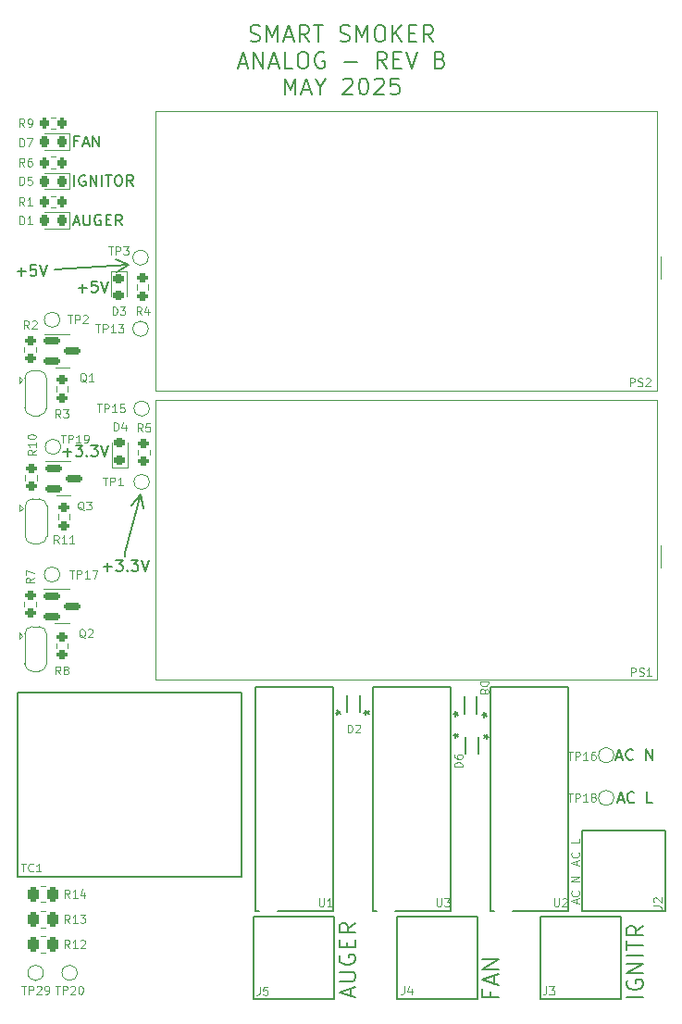
<source format=gto>
G04 #@! TF.GenerationSoftware,KiCad,Pcbnew,(6.0.11-0)*
G04 #@! TF.CreationDate,2025-05-14T22:18:42-06:00*
G04 #@! TF.ProjectId,AnalogPCB,416e616c-6f67-4504-9342-2e6b69636164,rev?*
G04 #@! TF.SameCoordinates,Original*
G04 #@! TF.FileFunction,Legend,Top*
G04 #@! TF.FilePolarity,Positive*
%FSLAX46Y46*%
G04 Gerber Fmt 4.6, Leading zero omitted, Abs format (unit mm)*
G04 Created by KiCad (PCBNEW (6.0.11-0)) date 2025-05-14 22:18:42*
%MOMM*%
%LPD*%
G01*
G04 APERTURE LIST*
G04 Aperture macros list*
%AMRoundRect*
0 Rectangle with rounded corners*
0 $1 Rounding radius*
0 $2 $3 $4 $5 $6 $7 $8 $9 X,Y pos of 4 corners*
0 Add a 4 corners polygon primitive as box body*
4,1,4,$2,$3,$4,$5,$6,$7,$8,$9,$2,$3,0*
0 Add four circle primitives for the rounded corners*
1,1,$1+$1,$2,$3*
1,1,$1+$1,$4,$5*
1,1,$1+$1,$6,$7*
1,1,$1+$1,$8,$9*
0 Add four rect primitives between the rounded corners*
20,1,$1+$1,$2,$3,$4,$5,0*
20,1,$1+$1,$4,$5,$6,$7,0*
20,1,$1+$1,$6,$7,$8,$9,0*
20,1,$1+$1,$8,$9,$2,$3,0*%
%AMFreePoly0*
4,1,22,0.550000,-0.750000,0.000000,-0.750000,0.000000,-0.745033,-0.079941,-0.743568,-0.215256,-0.701293,-0.333266,-0.622738,-0.424486,-0.514219,-0.481581,-0.384460,-0.499164,-0.250000,-0.500000,-0.250000,-0.500000,0.250000,-0.499164,0.250000,-0.499963,0.256109,-0.478152,0.396186,-0.417904,0.524511,-0.324060,0.630769,-0.204165,0.706417,-0.067858,0.745374,0.000000,0.744959,0.000000,0.750000,
0.550000,0.750000,0.550000,-0.750000,0.550000,-0.750000,$1*%
%AMFreePoly1*
4,1,20,0.000000,0.744959,0.073905,0.744508,0.209726,0.703889,0.328688,0.626782,0.421226,0.519385,0.479903,0.390333,0.500000,0.250000,0.500000,-0.250000,0.499851,-0.262216,0.476331,-0.402017,0.414519,-0.529596,0.319384,-0.634700,0.198574,-0.708877,0.061801,-0.746166,0.000000,-0.745033,0.000000,-0.750000,-0.550000,-0.750000,-0.550000,0.750000,0.000000,0.750000,0.000000,0.744959,
0.000000,0.744959,$1*%
G04 Aperture macros list end*
%ADD10C,0.200000*%
%ADD11C,0.100000*%
%ADD12C,0.150000*%
%ADD13C,0.152400*%
%ADD14C,0.120000*%
%ADD15C,1.600200*%
%ADD16C,1.000000*%
%ADD17R,3.000000X3.000000*%
%ADD18C,3.000000*%
%ADD19R,0.406400X0.609600*%
%ADD20RoundRect,0.218750X0.218750X0.256250X-0.218750X0.256250X-0.218750X-0.256250X0.218750X-0.256250X0*%
%ADD21RoundRect,0.200000X0.200000X0.275000X-0.200000X0.275000X-0.200000X-0.275000X0.200000X-0.275000X0*%
%ADD22RoundRect,0.150000X-0.587500X-0.150000X0.587500X-0.150000X0.587500X0.150000X-0.587500X0.150000X0*%
%ADD23C,5.600000*%
%ADD24RoundRect,0.200000X0.275000X-0.200000X0.275000X0.200000X-0.275000X0.200000X-0.275000X-0.200000X0*%
%ADD25FreePoly0,270.000000*%
%ADD26R,1.500000X1.000000*%
%ADD27FreePoly1,270.000000*%
%ADD28RoundRect,0.218750X-0.256250X0.218750X-0.256250X-0.218750X0.256250X-0.218750X0.256250X0.218750X0*%
%ADD29RoundRect,0.218750X0.256250X-0.218750X0.256250X0.218750X-0.256250X0.218750X-0.256250X-0.218750X0*%
%ADD30RoundRect,0.250000X-0.262500X-0.450000X0.262500X-0.450000X0.262500X0.450000X-0.262500X0.450000X0*%
%ADD31RoundRect,0.250000X0.262500X0.450000X-0.262500X0.450000X-0.262500X-0.450000X0.262500X-0.450000X0*%
%ADD32C,2.500000*%
%ADD33RoundRect,0.200000X-0.275000X0.200000X-0.275000X-0.200000X0.275000X-0.200000X0.275000X0.200000X0*%
%ADD34O,3.404000X1.804000*%
%ADD35O,1.804000X3.404000*%
G04 APERTURE END LIST*
D10*
X71642857Y-62192142D02*
X71857142Y-62263571D01*
X72214285Y-62263571D01*
X72357142Y-62192142D01*
X72428571Y-62120714D01*
X72500000Y-61977857D01*
X72500000Y-61835000D01*
X72428571Y-61692142D01*
X72357142Y-61620714D01*
X72214285Y-61549285D01*
X71928571Y-61477857D01*
X71785714Y-61406428D01*
X71714285Y-61335000D01*
X71642857Y-61192142D01*
X71642857Y-61049285D01*
X71714285Y-60906428D01*
X71785714Y-60835000D01*
X71928571Y-60763571D01*
X72285714Y-60763571D01*
X72500000Y-60835000D01*
X73142857Y-62263571D02*
X73142857Y-60763571D01*
X73642857Y-61835000D01*
X74142857Y-60763571D01*
X74142857Y-62263571D01*
X74785714Y-61835000D02*
X75500000Y-61835000D01*
X74642857Y-62263571D02*
X75142857Y-60763571D01*
X75642857Y-62263571D01*
X77000000Y-62263571D02*
X76500000Y-61549285D01*
X76142857Y-62263571D02*
X76142857Y-60763571D01*
X76714285Y-60763571D01*
X76857142Y-60835000D01*
X76928571Y-60906428D01*
X77000000Y-61049285D01*
X77000000Y-61263571D01*
X76928571Y-61406428D01*
X76857142Y-61477857D01*
X76714285Y-61549285D01*
X76142857Y-61549285D01*
X77428571Y-60763571D02*
X78285714Y-60763571D01*
X77857142Y-62263571D02*
X77857142Y-60763571D01*
X79857142Y-62192142D02*
X80071428Y-62263571D01*
X80428571Y-62263571D01*
X80571428Y-62192142D01*
X80642857Y-62120714D01*
X80714285Y-61977857D01*
X80714285Y-61835000D01*
X80642857Y-61692142D01*
X80571428Y-61620714D01*
X80428571Y-61549285D01*
X80142857Y-61477857D01*
X80000000Y-61406428D01*
X79928571Y-61335000D01*
X79857142Y-61192142D01*
X79857142Y-61049285D01*
X79928571Y-60906428D01*
X80000000Y-60835000D01*
X80142857Y-60763571D01*
X80500000Y-60763571D01*
X80714285Y-60835000D01*
X81357142Y-62263571D02*
X81357142Y-60763571D01*
X81857142Y-61835000D01*
X82357142Y-60763571D01*
X82357142Y-62263571D01*
X83357142Y-60763571D02*
X83642857Y-60763571D01*
X83785714Y-60835000D01*
X83928571Y-60977857D01*
X84000000Y-61263571D01*
X84000000Y-61763571D01*
X83928571Y-62049285D01*
X83785714Y-62192142D01*
X83642857Y-62263571D01*
X83357142Y-62263571D01*
X83214285Y-62192142D01*
X83071428Y-62049285D01*
X83000000Y-61763571D01*
X83000000Y-61263571D01*
X83071428Y-60977857D01*
X83214285Y-60835000D01*
X83357142Y-60763571D01*
X84642857Y-62263571D02*
X84642857Y-60763571D01*
X85500000Y-62263571D02*
X84857142Y-61406428D01*
X85500000Y-60763571D02*
X84642857Y-61620714D01*
X86142857Y-61477857D02*
X86642857Y-61477857D01*
X86857142Y-62263571D02*
X86142857Y-62263571D01*
X86142857Y-60763571D01*
X86857142Y-60763571D01*
X88357142Y-62263571D02*
X87857142Y-61549285D01*
X87499999Y-62263571D02*
X87499999Y-60763571D01*
X88071428Y-60763571D01*
X88214285Y-60835000D01*
X88285714Y-60906428D01*
X88357142Y-61049285D01*
X88357142Y-61263571D01*
X88285714Y-61406428D01*
X88214285Y-61477857D01*
X88071428Y-61549285D01*
X87499999Y-61549285D01*
X70607142Y-64250000D02*
X71321428Y-64250000D01*
X70464285Y-64678571D02*
X70964285Y-63178571D01*
X71464285Y-64678571D01*
X71964285Y-64678571D02*
X71964285Y-63178571D01*
X72821428Y-64678571D01*
X72821428Y-63178571D01*
X73464285Y-64250000D02*
X74178571Y-64250000D01*
X73321428Y-64678571D02*
X73821428Y-63178571D01*
X74321428Y-64678571D01*
X75535714Y-64678571D02*
X74821428Y-64678571D01*
X74821428Y-63178571D01*
X76321428Y-63178571D02*
X76607142Y-63178571D01*
X76750000Y-63250000D01*
X76892857Y-63392857D01*
X76964285Y-63678571D01*
X76964285Y-64178571D01*
X76892857Y-64464285D01*
X76750000Y-64607142D01*
X76607142Y-64678571D01*
X76321428Y-64678571D01*
X76178571Y-64607142D01*
X76035714Y-64464285D01*
X75964285Y-64178571D01*
X75964285Y-63678571D01*
X76035714Y-63392857D01*
X76178571Y-63250000D01*
X76321428Y-63178571D01*
X78392857Y-63250000D02*
X78250000Y-63178571D01*
X78035714Y-63178571D01*
X77821428Y-63250000D01*
X77678571Y-63392857D01*
X77607142Y-63535714D01*
X77535714Y-63821428D01*
X77535714Y-64035714D01*
X77607142Y-64321428D01*
X77678571Y-64464285D01*
X77821428Y-64607142D01*
X78035714Y-64678571D01*
X78178571Y-64678571D01*
X78392857Y-64607142D01*
X78464285Y-64535714D01*
X78464285Y-64035714D01*
X78178571Y-64035714D01*
X80250000Y-64107142D02*
X81392857Y-64107142D01*
X84107142Y-64678571D02*
X83607142Y-63964285D01*
X83250000Y-64678571D02*
X83250000Y-63178571D01*
X83821428Y-63178571D01*
X83964285Y-63250000D01*
X84035714Y-63321428D01*
X84107142Y-63464285D01*
X84107142Y-63678571D01*
X84035714Y-63821428D01*
X83964285Y-63892857D01*
X83821428Y-63964285D01*
X83250000Y-63964285D01*
X84750000Y-63892857D02*
X85250000Y-63892857D01*
X85464285Y-64678571D02*
X84750000Y-64678571D01*
X84750000Y-63178571D01*
X85464285Y-63178571D01*
X85892857Y-63178571D02*
X86392857Y-64678571D01*
X86892857Y-63178571D01*
X89035714Y-63892857D02*
X89250000Y-63964285D01*
X89321428Y-64035714D01*
X89392857Y-64178571D01*
X89392857Y-64392857D01*
X89321428Y-64535714D01*
X89250000Y-64607142D01*
X89107142Y-64678571D01*
X88535714Y-64678571D01*
X88535714Y-63178571D01*
X89035714Y-63178571D01*
X89178571Y-63250000D01*
X89250000Y-63321428D01*
X89321428Y-63464285D01*
X89321428Y-63607142D01*
X89250000Y-63750000D01*
X89178571Y-63821428D01*
X89035714Y-63892857D01*
X88535714Y-63892857D01*
X74785714Y-67093571D02*
X74785714Y-65593571D01*
X75285714Y-66665000D01*
X75785714Y-65593571D01*
X75785714Y-67093571D01*
X76428571Y-66665000D02*
X77142857Y-66665000D01*
X76285714Y-67093571D02*
X76785714Y-65593571D01*
X77285714Y-67093571D01*
X78071428Y-66379285D02*
X78071428Y-67093571D01*
X77571428Y-65593571D02*
X78071428Y-66379285D01*
X78571428Y-65593571D01*
X80142857Y-65736428D02*
X80214285Y-65665000D01*
X80357142Y-65593571D01*
X80714285Y-65593571D01*
X80857142Y-65665000D01*
X80928571Y-65736428D01*
X81000000Y-65879285D01*
X81000000Y-66022142D01*
X80928571Y-66236428D01*
X80071428Y-67093571D01*
X81000000Y-67093571D01*
X81928571Y-65593571D02*
X82071428Y-65593571D01*
X82214285Y-65665000D01*
X82285714Y-65736428D01*
X82357142Y-65879285D01*
X82428571Y-66165000D01*
X82428571Y-66522142D01*
X82357142Y-66807857D01*
X82285714Y-66950714D01*
X82214285Y-67022142D01*
X82071428Y-67093571D01*
X81928571Y-67093571D01*
X81785714Y-67022142D01*
X81714285Y-66950714D01*
X81642857Y-66807857D01*
X81571428Y-66522142D01*
X81571428Y-66165000D01*
X81642857Y-65879285D01*
X81714285Y-65736428D01*
X81785714Y-65665000D01*
X81928571Y-65593571D01*
X83000000Y-65736428D02*
X83071428Y-65665000D01*
X83214285Y-65593571D01*
X83571428Y-65593571D01*
X83714285Y-65665000D01*
X83785714Y-65736428D01*
X83857142Y-65879285D01*
X83857142Y-66022142D01*
X83785714Y-66236428D01*
X82928571Y-67093571D01*
X83857142Y-67093571D01*
X85214285Y-65593571D02*
X84500000Y-65593571D01*
X84428571Y-66307857D01*
X84500000Y-66236428D01*
X84642857Y-66165000D01*
X85000000Y-66165000D01*
X85142857Y-66236428D01*
X85214285Y-66307857D01*
X85285714Y-66450714D01*
X85285714Y-66807857D01*
X85214285Y-66950714D01*
X85142857Y-67022142D01*
X85000000Y-67093571D01*
X84642857Y-67093571D01*
X84500000Y-67022142D01*
X84428571Y-66950714D01*
D11*
X101525000Y-137495157D02*
X101525000Y-137138014D01*
X101739285Y-137566585D02*
X100989285Y-137316585D01*
X101739285Y-137066585D01*
X101667857Y-136388014D02*
X101703571Y-136423728D01*
X101739285Y-136530871D01*
X101739285Y-136602300D01*
X101703571Y-136709442D01*
X101632142Y-136780871D01*
X101560714Y-136816585D01*
X101417857Y-136852300D01*
X101310714Y-136852300D01*
X101167857Y-136816585D01*
X101096428Y-136780871D01*
X101025000Y-136709442D01*
X100989285Y-136602300D01*
X100989285Y-136530871D01*
X101025000Y-136423728D01*
X101060714Y-136388014D01*
X101739285Y-135138014D02*
X101739285Y-135495157D01*
X100989285Y-135495157D01*
D10*
X93592857Y-149114285D02*
X93592857Y-149614285D01*
X94378571Y-149614285D02*
X92878571Y-149614285D01*
X92878571Y-148900000D01*
X93950000Y-148400000D02*
X93950000Y-147685714D01*
X94378571Y-148542857D02*
X92878571Y-148042857D01*
X94378571Y-147542857D01*
X94378571Y-147042857D02*
X92878571Y-147042857D01*
X94378571Y-146185714D01*
X92878571Y-146185714D01*
X107578571Y-149614285D02*
X106078571Y-149614285D01*
X106150000Y-148114285D02*
X106078571Y-148257142D01*
X106078571Y-148471428D01*
X106150000Y-148685714D01*
X106292857Y-148828571D01*
X106435714Y-148900000D01*
X106721428Y-148971428D01*
X106935714Y-148971428D01*
X107221428Y-148900000D01*
X107364285Y-148828571D01*
X107507142Y-148685714D01*
X107578571Y-148471428D01*
X107578571Y-148328571D01*
X107507142Y-148114285D01*
X107435714Y-148042857D01*
X106935714Y-148042857D01*
X106935714Y-148328571D01*
X107578571Y-147400000D02*
X106078571Y-147400000D01*
X107578571Y-146542857D01*
X106078571Y-146542857D01*
X107578571Y-145828571D02*
X106078571Y-145828571D01*
X106078571Y-145328571D02*
X106078571Y-144471428D01*
X107578571Y-144900000D02*
X106078571Y-144900000D01*
X107578571Y-143114285D02*
X106864285Y-143614285D01*
X107578571Y-143971428D02*
X106078571Y-143971428D01*
X106078571Y-143400000D01*
X106150000Y-143257142D01*
X106221428Y-143185714D01*
X106364285Y-143114285D01*
X106578571Y-143114285D01*
X106721428Y-143185714D01*
X106792857Y-143257142D01*
X106864285Y-143400000D01*
X106864285Y-143971428D01*
D12*
X54500000Y-99771428D02*
X55261904Y-99771428D01*
X54880952Y-100152380D02*
X54880952Y-99390476D01*
X55642857Y-99152380D02*
X56261904Y-99152380D01*
X55928571Y-99533333D01*
X56071428Y-99533333D01*
X56166666Y-99580952D01*
X56214285Y-99628571D01*
X56261904Y-99723809D01*
X56261904Y-99961904D01*
X56214285Y-100057142D01*
X56166666Y-100104761D01*
X56071428Y-100152380D01*
X55785714Y-100152380D01*
X55690476Y-100104761D01*
X55642857Y-100057142D01*
X56690476Y-100057142D02*
X56738095Y-100104761D01*
X56690476Y-100152380D01*
X56642857Y-100104761D01*
X56690476Y-100057142D01*
X56690476Y-100152380D01*
X57071428Y-99152380D02*
X57690476Y-99152380D01*
X57357142Y-99533333D01*
X57500000Y-99533333D01*
X57595238Y-99580952D01*
X57642857Y-99628571D01*
X57690476Y-99723809D01*
X57690476Y-99961904D01*
X57642857Y-100057142D01*
X57595238Y-100104761D01*
X57500000Y-100152380D01*
X57214285Y-100152380D01*
X57119047Y-100104761D01*
X57071428Y-100057142D01*
X57976190Y-99152380D02*
X58309523Y-100152380D01*
X58642857Y-99152380D01*
D10*
X80850000Y-149521428D02*
X80850000Y-148807142D01*
X81278571Y-149664285D02*
X79778571Y-149164285D01*
X81278571Y-148664285D01*
X79778571Y-148164285D02*
X80992857Y-148164285D01*
X81135714Y-148092857D01*
X81207142Y-148021428D01*
X81278571Y-147878571D01*
X81278571Y-147592857D01*
X81207142Y-147450000D01*
X81135714Y-147378571D01*
X80992857Y-147307142D01*
X79778571Y-147307142D01*
X79850000Y-145807142D02*
X79778571Y-145950000D01*
X79778571Y-146164285D01*
X79850000Y-146378571D01*
X79992857Y-146521428D01*
X80135714Y-146592857D01*
X80421428Y-146664285D01*
X80635714Y-146664285D01*
X80921428Y-146592857D01*
X81064285Y-146521428D01*
X81207142Y-146378571D01*
X81278571Y-146164285D01*
X81278571Y-146021428D01*
X81207142Y-145807142D01*
X81135714Y-145735714D01*
X80635714Y-145735714D01*
X80635714Y-146021428D01*
X80492857Y-145092857D02*
X80492857Y-144592857D01*
X81278571Y-144378571D02*
X81278571Y-145092857D01*
X79778571Y-145092857D01*
X79778571Y-144378571D01*
X81278571Y-142878571D02*
X80564285Y-143378571D01*
X81278571Y-143735714D02*
X79778571Y-143735714D01*
X79778571Y-143164285D01*
X79850000Y-143021428D01*
X79921428Y-142950000D01*
X80064285Y-142878571D01*
X80278571Y-142878571D01*
X80421428Y-142950000D01*
X80492857Y-143021428D01*
X80564285Y-143164285D01*
X80564285Y-143735714D01*
D12*
X105276190Y-131566666D02*
X105752380Y-131566666D01*
X105180952Y-131852380D02*
X105514285Y-130852380D01*
X105847619Y-131852380D01*
X106752380Y-131757142D02*
X106704761Y-131804761D01*
X106561904Y-131852380D01*
X106466666Y-131852380D01*
X106323809Y-131804761D01*
X106228571Y-131709523D01*
X106180952Y-131614285D01*
X106133333Y-131423809D01*
X106133333Y-131280952D01*
X106180952Y-131090476D01*
X106228571Y-130995238D01*
X106323809Y-130900000D01*
X106466666Y-130852380D01*
X106561904Y-130852380D01*
X106704761Y-130900000D01*
X106752380Y-130947619D01*
X108419047Y-131852380D02*
X107942857Y-131852380D01*
X107942857Y-130852380D01*
X55914285Y-84771428D02*
X56676190Y-84771428D01*
X56295238Y-85152380D02*
X56295238Y-84390476D01*
X57628571Y-84152380D02*
X57152380Y-84152380D01*
X57104761Y-84628571D01*
X57152380Y-84580952D01*
X57247619Y-84533333D01*
X57485714Y-84533333D01*
X57580952Y-84580952D01*
X57628571Y-84628571D01*
X57676190Y-84723809D01*
X57676190Y-84961904D01*
X57628571Y-85057142D01*
X57580952Y-85104761D01*
X57485714Y-85152380D01*
X57247619Y-85152380D01*
X57152380Y-85104761D01*
X57104761Y-85057142D01*
X57961904Y-84152380D02*
X58295238Y-85152380D01*
X58628571Y-84152380D01*
D11*
X101525000Y-141032142D02*
X101525000Y-140675000D01*
X101739285Y-141103571D02*
X100989285Y-140853571D01*
X101739285Y-140603571D01*
X101667857Y-139925000D02*
X101703571Y-139960714D01*
X101739285Y-140067857D01*
X101739285Y-140139285D01*
X101703571Y-140246428D01*
X101632142Y-140317857D01*
X101560714Y-140353571D01*
X101417857Y-140389285D01*
X101310714Y-140389285D01*
X101167857Y-140353571D01*
X101096428Y-140317857D01*
X101025000Y-140246428D01*
X100989285Y-140139285D01*
X100989285Y-140067857D01*
X101025000Y-139960714D01*
X101060714Y-139925000D01*
X101739285Y-139032142D02*
X100989285Y-139032142D01*
X101739285Y-138603571D01*
X100989285Y-138603571D01*
D12*
X105157142Y-127666666D02*
X105633333Y-127666666D01*
X105061904Y-127952380D02*
X105395238Y-126952380D01*
X105728571Y-127952380D01*
X106633333Y-127857142D02*
X106585714Y-127904761D01*
X106442857Y-127952380D01*
X106347619Y-127952380D01*
X106204761Y-127904761D01*
X106109523Y-127809523D01*
X106061904Y-127714285D01*
X106014285Y-127523809D01*
X106014285Y-127380952D01*
X106061904Y-127190476D01*
X106109523Y-127095238D01*
X106204761Y-127000000D01*
X106347619Y-126952380D01*
X106442857Y-126952380D01*
X106585714Y-127000000D01*
X106633333Y-127047619D01*
X107823809Y-127952380D02*
X107823809Y-126952380D01*
X108395238Y-127952380D01*
X108395238Y-126952380D01*
X55485714Y-78766666D02*
X55961904Y-78766666D01*
X55390476Y-79052380D02*
X55723809Y-78052380D01*
X56057142Y-79052380D01*
X56390476Y-78052380D02*
X56390476Y-78861904D01*
X56438095Y-78957142D01*
X56485714Y-79004761D01*
X56580952Y-79052380D01*
X56771428Y-79052380D01*
X56866666Y-79004761D01*
X56914285Y-78957142D01*
X56961904Y-78861904D01*
X56961904Y-78052380D01*
X57961904Y-78100000D02*
X57866666Y-78052380D01*
X57723809Y-78052380D01*
X57580952Y-78100000D01*
X57485714Y-78195238D01*
X57438095Y-78290476D01*
X57390476Y-78480952D01*
X57390476Y-78623809D01*
X57438095Y-78814285D01*
X57485714Y-78909523D01*
X57580952Y-79004761D01*
X57723809Y-79052380D01*
X57819047Y-79052380D01*
X57961904Y-79004761D01*
X58009523Y-78957142D01*
X58009523Y-78623809D01*
X57819047Y-78623809D01*
X58438095Y-78528571D02*
X58771428Y-78528571D01*
X58914285Y-79052380D02*
X58438095Y-79052380D01*
X58438095Y-78052380D01*
X58914285Y-78052380D01*
X59914285Y-79052380D02*
X59580952Y-78576190D01*
X59342857Y-79052380D02*
X59342857Y-78052380D01*
X59723809Y-78052380D01*
X59819047Y-78100000D01*
X59866666Y-78147619D01*
X59914285Y-78242857D01*
X59914285Y-78385714D01*
X59866666Y-78480952D01*
X59819047Y-78528571D01*
X59723809Y-78576190D01*
X59342857Y-78576190D01*
X55866666Y-71328571D02*
X55533332Y-71328571D01*
X55533332Y-71852380D02*
X55533332Y-70852380D01*
X56009523Y-70852380D01*
X56342856Y-71566666D02*
X56819047Y-71566666D01*
X56247618Y-71852380D02*
X56580951Y-70852380D01*
X56914285Y-71852380D01*
X57247618Y-71852380D02*
X57247618Y-70852380D01*
X57819047Y-71852380D01*
X57819047Y-70852380D01*
X55533333Y-75452380D02*
X55533333Y-74452380D01*
X56533333Y-74500000D02*
X56438095Y-74452380D01*
X56295238Y-74452380D01*
X56152380Y-74500000D01*
X56057142Y-74595238D01*
X56009523Y-74690476D01*
X55961904Y-74880952D01*
X55961904Y-75023809D01*
X56009523Y-75214285D01*
X56057142Y-75309523D01*
X56152380Y-75404761D01*
X56295238Y-75452380D01*
X56390476Y-75452380D01*
X56533333Y-75404761D01*
X56580952Y-75357142D01*
X56580952Y-75023809D01*
X56390476Y-75023809D01*
X57009523Y-75452380D02*
X57009523Y-74452380D01*
X57580952Y-75452380D01*
X57580952Y-74452380D01*
X58057142Y-75452380D02*
X58057142Y-74452380D01*
X58390476Y-74452380D02*
X58961904Y-74452380D01*
X58676190Y-75452380D02*
X58676190Y-74452380D01*
X59485714Y-74452380D02*
X59676190Y-74452380D01*
X59771428Y-74500000D01*
X59866666Y-74595238D01*
X59914285Y-74785714D01*
X59914285Y-75119047D01*
X59866666Y-75309523D01*
X59771428Y-75404761D01*
X59676190Y-75452380D01*
X59485714Y-75452380D01*
X59390476Y-75404761D01*
X59295238Y-75309523D01*
X59247619Y-75119047D01*
X59247619Y-74785714D01*
X59295238Y-74595238D01*
X59390476Y-74500000D01*
X59485714Y-74452380D01*
X60914285Y-75452380D02*
X60580952Y-74976190D01*
X60342857Y-75452380D02*
X60342857Y-74452380D01*
X60723809Y-74452380D01*
X60819047Y-74500000D01*
X60866666Y-74547619D01*
X60914285Y-74642857D01*
X60914285Y-74785714D01*
X60866666Y-74880952D01*
X60819047Y-74928571D01*
X60723809Y-74976190D01*
X60342857Y-74976190D01*
X58200000Y-110271428D02*
X58961904Y-110271428D01*
X58580952Y-110652380D02*
X58580952Y-109890476D01*
X59342857Y-109652380D02*
X59961904Y-109652380D01*
X59628571Y-110033333D01*
X59771428Y-110033333D01*
X59866666Y-110080952D01*
X59914285Y-110128571D01*
X59961904Y-110223809D01*
X59961904Y-110461904D01*
X59914285Y-110557142D01*
X59866666Y-110604761D01*
X59771428Y-110652380D01*
X59485714Y-110652380D01*
X59390476Y-110604761D01*
X59342857Y-110557142D01*
X60390476Y-110557142D02*
X60438095Y-110604761D01*
X60390476Y-110652380D01*
X60342857Y-110604761D01*
X60390476Y-110557142D01*
X60390476Y-110652380D01*
X60771428Y-109652380D02*
X61390476Y-109652380D01*
X61057142Y-110033333D01*
X61200000Y-110033333D01*
X61295238Y-110080952D01*
X61342857Y-110128571D01*
X61390476Y-110223809D01*
X61390476Y-110461904D01*
X61342857Y-110557142D01*
X61295238Y-110604761D01*
X61200000Y-110652380D01*
X60914285Y-110652380D01*
X60819047Y-110604761D01*
X60771428Y-110557142D01*
X61676190Y-109652380D02*
X62009523Y-110652380D01*
X62342857Y-109652380D01*
D10*
X61574809Y-103684073D02*
X60200000Y-109000000D01*
X61574809Y-103684073D02*
X60725010Y-104627864D01*
X61574809Y-103684073D02*
X61860493Y-104921524D01*
X60200000Y-109000000D02*
X60200000Y-109282500D01*
D12*
X50314285Y-83271428D02*
X51076190Y-83271428D01*
X50695238Y-83652380D02*
X50695238Y-82890476D01*
X52028571Y-82652380D02*
X51552380Y-82652380D01*
X51504761Y-83128571D01*
X51552380Y-83080952D01*
X51647619Y-83033333D01*
X51885714Y-83033333D01*
X51980952Y-83080952D01*
X52028571Y-83128571D01*
X52076190Y-83223809D01*
X52076190Y-83461904D01*
X52028571Y-83557142D01*
X51980952Y-83604761D01*
X51885714Y-83652380D01*
X51647619Y-83652380D01*
X51552380Y-83604761D01*
X51504761Y-83557142D01*
X52361904Y-82652380D02*
X52695238Y-83652380D01*
X53028571Y-82652380D01*
D10*
X60501060Y-82632540D02*
X53698810Y-83076165D01*
X60501060Y-82632540D02*
X59338781Y-82120674D01*
X60501060Y-82632540D02*
X59415108Y-83291029D01*
D11*
X108498785Y-141252300D02*
X109034500Y-141252300D01*
X109141642Y-141288014D01*
X109213071Y-141359442D01*
X109248785Y-141466585D01*
X109248785Y-141538014D01*
X108570214Y-140930871D02*
X108534500Y-140895157D01*
X108498785Y-140823728D01*
X108498785Y-140645157D01*
X108534500Y-140573728D01*
X108570214Y-140538014D01*
X108641642Y-140502300D01*
X108713071Y-140502300D01*
X108820214Y-140538014D01*
X109248785Y-140966585D01*
X109248785Y-140502300D01*
X98697700Y-148648785D02*
X98697700Y-149184500D01*
X98661985Y-149291642D01*
X98590557Y-149363071D01*
X98483414Y-149398785D01*
X98411985Y-149398785D01*
X98983414Y-148648785D02*
X99447700Y-148648785D01*
X99197700Y-148934500D01*
X99304842Y-148934500D01*
X99376271Y-148970214D01*
X99411985Y-149005928D01*
X99447700Y-149077357D01*
X99447700Y-149255928D01*
X99411985Y-149327357D01*
X99376271Y-149363071D01*
X99304842Y-149398785D01*
X99090557Y-149398785D01*
X99019128Y-149363071D01*
X98983414Y-149327357D01*
X85697700Y-148639285D02*
X85697700Y-149175000D01*
X85661985Y-149282142D01*
X85590557Y-149353571D01*
X85483414Y-149389285D01*
X85411985Y-149389285D01*
X86376271Y-148889285D02*
X86376271Y-149389285D01*
X86197700Y-148603571D02*
X86019128Y-149139285D01*
X86483414Y-149139285D01*
X72497700Y-148689285D02*
X72497700Y-149225000D01*
X72461985Y-149332142D01*
X72390557Y-149403571D01*
X72283414Y-149439285D01*
X72211985Y-149439285D01*
X73211985Y-148689285D02*
X72854842Y-148689285D01*
X72819128Y-149046428D01*
X72854842Y-149010714D01*
X72926271Y-148975000D01*
X73104842Y-148975000D01*
X73176271Y-149010714D01*
X73211985Y-149046428D01*
X73247700Y-149117857D01*
X73247700Y-149296428D01*
X73211985Y-149367857D01*
X73176271Y-149403571D01*
X73104842Y-149439285D01*
X72926271Y-149439285D01*
X72854842Y-149403571D01*
X72819128Y-149367857D01*
X50696428Y-148589285D02*
X51125000Y-148589285D01*
X50910714Y-149339285D02*
X50910714Y-148589285D01*
X51375000Y-149339285D02*
X51375000Y-148589285D01*
X51660714Y-148589285D01*
X51732142Y-148625000D01*
X51767857Y-148660714D01*
X51803571Y-148732142D01*
X51803571Y-148839285D01*
X51767857Y-148910714D01*
X51732142Y-148946428D01*
X51660714Y-148982142D01*
X51375000Y-148982142D01*
X52089285Y-148660714D02*
X52125000Y-148625000D01*
X52196428Y-148589285D01*
X52375000Y-148589285D01*
X52446428Y-148625000D01*
X52482142Y-148660714D01*
X52517857Y-148732142D01*
X52517857Y-148803571D01*
X52482142Y-148910714D01*
X52053571Y-149339285D01*
X52517857Y-149339285D01*
X52875000Y-149339285D02*
X53017857Y-149339285D01*
X53089285Y-149303571D01*
X53125000Y-149267857D01*
X53196428Y-149160714D01*
X53232142Y-149017857D01*
X53232142Y-148732142D01*
X53196428Y-148660714D01*
X53160714Y-148625000D01*
X53089285Y-148589285D01*
X52946428Y-148589285D01*
X52875000Y-148625000D01*
X52839285Y-148660714D01*
X52803571Y-148732142D01*
X52803571Y-148910714D01*
X52839285Y-148982142D01*
X52875000Y-149017857D01*
X52946428Y-149053571D01*
X53089285Y-149053571D01*
X53160714Y-149017857D01*
X53196428Y-148982142D01*
X53232142Y-148910714D01*
X106489285Y-120239285D02*
X106489285Y-119489285D01*
X106775000Y-119489285D01*
X106846428Y-119525000D01*
X106882142Y-119560714D01*
X106917857Y-119632142D01*
X106917857Y-119739285D01*
X106882142Y-119810714D01*
X106846428Y-119846428D01*
X106775000Y-119882142D01*
X106489285Y-119882142D01*
X107203571Y-120203571D02*
X107310714Y-120239285D01*
X107489285Y-120239285D01*
X107560714Y-120203571D01*
X107596428Y-120167857D01*
X107632142Y-120096428D01*
X107632142Y-120025000D01*
X107596428Y-119953571D01*
X107560714Y-119917857D01*
X107489285Y-119882142D01*
X107346428Y-119846428D01*
X107275000Y-119810714D01*
X107239285Y-119775000D01*
X107203571Y-119703571D01*
X107203571Y-119632142D01*
X107239285Y-119560714D01*
X107275000Y-119525000D01*
X107346428Y-119489285D01*
X107525000Y-119489285D01*
X107632142Y-119525000D01*
X108346428Y-120239285D02*
X107917857Y-120239285D01*
X108132142Y-120239285D02*
X108132142Y-119489285D01*
X108060714Y-119596428D01*
X107989285Y-119667857D01*
X107917857Y-119703571D01*
X92660714Y-120746428D02*
X93410714Y-120746428D01*
X93410714Y-120925000D01*
X93375000Y-121032142D01*
X93303571Y-121103571D01*
X93232142Y-121139285D01*
X93089285Y-121175000D01*
X92982142Y-121175000D01*
X92839285Y-121139285D01*
X92767857Y-121103571D01*
X92696428Y-121032142D01*
X92660714Y-120925000D01*
X92660714Y-120746428D01*
X93089285Y-121603571D02*
X93125000Y-121532142D01*
X93160714Y-121496428D01*
X93232142Y-121460714D01*
X93267857Y-121460714D01*
X93339285Y-121496428D01*
X93375000Y-121532142D01*
X93410714Y-121603571D01*
X93410714Y-121746428D01*
X93375000Y-121817857D01*
X93339285Y-121853571D01*
X93267857Y-121889285D01*
X93232142Y-121889285D01*
X93160714Y-121853571D01*
X93125000Y-121817857D01*
X93089285Y-121746428D01*
X93089285Y-121603571D01*
X93053571Y-121532142D01*
X93017857Y-121496428D01*
X92946428Y-121460714D01*
X92803571Y-121460714D01*
X92732142Y-121496428D01*
X92696428Y-121532142D01*
X92660714Y-121603571D01*
X92660714Y-121746428D01*
X92696428Y-121817857D01*
X92732142Y-121853571D01*
X92803571Y-121889285D01*
X92946428Y-121889285D01*
X93017857Y-121853571D01*
X93053571Y-121817857D01*
X93089285Y-121746428D01*
D12*
X90252380Y-123700000D02*
X90490476Y-123700000D01*
X90395238Y-123938095D02*
X90490476Y-123700000D01*
X90395238Y-123461904D01*
X90680952Y-123842857D02*
X90490476Y-123700000D01*
X90680952Y-123557142D01*
X92852380Y-123800000D02*
X93090476Y-123800000D01*
X92995238Y-124038095D02*
X93090476Y-123800000D01*
X92995238Y-123561904D01*
X93280952Y-123942857D02*
X93090476Y-123800000D01*
X93280952Y-123657142D01*
D11*
X50546428Y-75339285D02*
X50546428Y-74589285D01*
X50725000Y-74589285D01*
X50832142Y-74625000D01*
X50903571Y-74696428D01*
X50939285Y-74767857D01*
X50975000Y-74910714D01*
X50975000Y-75017857D01*
X50939285Y-75160714D01*
X50903571Y-75232142D01*
X50832142Y-75303571D01*
X50725000Y-75339285D01*
X50546428Y-75339285D01*
X51653571Y-74589285D02*
X51296428Y-74589285D01*
X51260714Y-74946428D01*
X51296428Y-74910714D01*
X51367857Y-74875000D01*
X51546428Y-74875000D01*
X51617857Y-74910714D01*
X51653571Y-74946428D01*
X51689285Y-75017857D01*
X51689285Y-75196428D01*
X51653571Y-75267857D01*
X51617857Y-75303571D01*
X51546428Y-75339285D01*
X51367857Y-75339285D01*
X51296428Y-75303571D01*
X51260714Y-75267857D01*
X50975000Y-70039285D02*
X50725000Y-69682142D01*
X50546428Y-70039285D02*
X50546428Y-69289285D01*
X50832142Y-69289285D01*
X50903571Y-69325000D01*
X50939285Y-69360714D01*
X50975000Y-69432142D01*
X50975000Y-69539285D01*
X50939285Y-69610714D01*
X50903571Y-69646428D01*
X50832142Y-69682142D01*
X50546428Y-69682142D01*
X51332142Y-70039285D02*
X51475000Y-70039285D01*
X51546428Y-70003571D01*
X51582142Y-69967857D01*
X51653571Y-69860714D01*
X51689285Y-69717857D01*
X51689285Y-69432142D01*
X51653571Y-69360714D01*
X51617857Y-69325000D01*
X51546428Y-69289285D01*
X51403571Y-69289285D01*
X51332142Y-69325000D01*
X51296428Y-69360714D01*
X51260714Y-69432142D01*
X51260714Y-69610714D01*
X51296428Y-69682142D01*
X51332142Y-69717857D01*
X51403571Y-69753571D01*
X51546428Y-69753571D01*
X51617857Y-69717857D01*
X51653571Y-69682142D01*
X51689285Y-69610714D01*
X99428571Y-140589285D02*
X99428571Y-141196428D01*
X99464285Y-141267857D01*
X99500000Y-141303571D01*
X99571428Y-141339285D01*
X99714285Y-141339285D01*
X99785714Y-141303571D01*
X99821428Y-141267857D01*
X99857142Y-141196428D01*
X99857142Y-140589285D01*
X100178571Y-140660714D02*
X100214285Y-140625000D01*
X100285714Y-140589285D01*
X100464285Y-140589285D01*
X100535714Y-140625000D01*
X100571428Y-140660714D01*
X100607142Y-140732142D01*
X100607142Y-140803571D01*
X100571428Y-140910714D01*
X100142857Y-141339285D01*
X100607142Y-141339285D01*
X50546428Y-78939285D02*
X50546428Y-78189285D01*
X50725000Y-78189285D01*
X50832142Y-78225000D01*
X50903571Y-78296428D01*
X50939285Y-78367857D01*
X50975000Y-78510714D01*
X50975000Y-78617857D01*
X50939285Y-78760714D01*
X50903571Y-78832142D01*
X50832142Y-78903571D01*
X50725000Y-78939285D01*
X50546428Y-78939285D01*
X51689285Y-78939285D02*
X51260714Y-78939285D01*
X51475000Y-78939285D02*
X51475000Y-78189285D01*
X51403571Y-78296428D01*
X51332142Y-78367857D01*
X51260714Y-78403571D01*
X56413571Y-105110714D02*
X56342142Y-105075000D01*
X56270714Y-105003571D01*
X56163571Y-104896428D01*
X56092142Y-104860714D01*
X56020714Y-104860714D01*
X56056428Y-105039285D02*
X55985000Y-105003571D01*
X55913571Y-104932142D01*
X55877857Y-104789285D01*
X55877857Y-104539285D01*
X55913571Y-104396428D01*
X55985000Y-104325000D01*
X56056428Y-104289285D01*
X56199285Y-104289285D01*
X56270714Y-104325000D01*
X56342142Y-104396428D01*
X56377857Y-104539285D01*
X56377857Y-104789285D01*
X56342142Y-104932142D01*
X56270714Y-105003571D01*
X56199285Y-105039285D01*
X56056428Y-105039285D01*
X56627857Y-104289285D02*
X57092142Y-104289285D01*
X56842142Y-104575000D01*
X56949285Y-104575000D01*
X57020714Y-104610714D01*
X57056428Y-104646428D01*
X57092142Y-104717857D01*
X57092142Y-104896428D01*
X57056428Y-104967857D01*
X57020714Y-105003571D01*
X56949285Y-105039285D01*
X56735000Y-105039285D01*
X56663571Y-105003571D01*
X56627857Y-104967857D01*
X54296428Y-98189285D02*
X54725000Y-98189285D01*
X54510714Y-98939285D02*
X54510714Y-98189285D01*
X54975000Y-98939285D02*
X54975000Y-98189285D01*
X55260714Y-98189285D01*
X55332142Y-98225000D01*
X55367857Y-98260714D01*
X55403571Y-98332142D01*
X55403571Y-98439285D01*
X55367857Y-98510714D01*
X55332142Y-98546428D01*
X55260714Y-98582142D01*
X54975000Y-98582142D01*
X56117857Y-98939285D02*
X55689285Y-98939285D01*
X55903571Y-98939285D02*
X55903571Y-98189285D01*
X55832142Y-98296428D01*
X55760714Y-98367857D01*
X55689285Y-98403571D01*
X56475000Y-98939285D02*
X56617857Y-98939285D01*
X56689285Y-98903571D01*
X56725000Y-98867857D01*
X56796428Y-98760714D01*
X56832142Y-98617857D01*
X56832142Y-98332142D01*
X56796428Y-98260714D01*
X56760714Y-98225000D01*
X56689285Y-98189285D01*
X56546428Y-98189285D01*
X56475000Y-98225000D01*
X56439285Y-98260714D01*
X56403571Y-98332142D01*
X56403571Y-98510714D01*
X56439285Y-98582142D01*
X56475000Y-98617857D01*
X56546428Y-98653571D01*
X56689285Y-98653571D01*
X56760714Y-98617857D01*
X56796428Y-98582142D01*
X56832142Y-98510714D01*
X54275000Y-120114285D02*
X54025000Y-119757142D01*
X53846428Y-120114285D02*
X53846428Y-119364285D01*
X54132142Y-119364285D01*
X54203571Y-119400000D01*
X54239285Y-119435714D01*
X54275000Y-119507142D01*
X54275000Y-119614285D01*
X54239285Y-119685714D01*
X54203571Y-119721428D01*
X54132142Y-119757142D01*
X53846428Y-119757142D01*
X54703571Y-119685714D02*
X54632142Y-119650000D01*
X54596428Y-119614285D01*
X54560714Y-119542857D01*
X54560714Y-119507142D01*
X54596428Y-119435714D01*
X54632142Y-119400000D01*
X54703571Y-119364285D01*
X54846428Y-119364285D01*
X54917857Y-119400000D01*
X54953571Y-119435714D01*
X54989285Y-119507142D01*
X54989285Y-119542857D01*
X54953571Y-119614285D01*
X54917857Y-119650000D01*
X54846428Y-119685714D01*
X54703571Y-119685714D01*
X54632142Y-119721428D01*
X54596428Y-119757142D01*
X54560714Y-119828571D01*
X54560714Y-119971428D01*
X54596428Y-120042857D01*
X54632142Y-120078571D01*
X54703571Y-120114285D01*
X54846428Y-120114285D01*
X54917857Y-120078571D01*
X54953571Y-120042857D01*
X54989285Y-119971428D01*
X54989285Y-119828571D01*
X54953571Y-119757142D01*
X54917857Y-119721428D01*
X54846428Y-119685714D01*
X53796428Y-148589285D02*
X54225000Y-148589285D01*
X54010714Y-149339285D02*
X54010714Y-148589285D01*
X54475000Y-149339285D02*
X54475000Y-148589285D01*
X54760714Y-148589285D01*
X54832142Y-148625000D01*
X54867857Y-148660714D01*
X54903571Y-148732142D01*
X54903571Y-148839285D01*
X54867857Y-148910714D01*
X54832142Y-148946428D01*
X54760714Y-148982142D01*
X54475000Y-148982142D01*
X55189285Y-148660714D02*
X55225000Y-148625000D01*
X55296428Y-148589285D01*
X55475000Y-148589285D01*
X55546428Y-148625000D01*
X55582142Y-148660714D01*
X55617857Y-148732142D01*
X55617857Y-148803571D01*
X55582142Y-148910714D01*
X55153571Y-149339285D01*
X55617857Y-149339285D01*
X56082142Y-148589285D02*
X56153571Y-148589285D01*
X56225000Y-148625000D01*
X56260714Y-148660714D01*
X56296428Y-148732142D01*
X56332142Y-148875000D01*
X56332142Y-149053571D01*
X56296428Y-149196428D01*
X56260714Y-149267857D01*
X56225000Y-149303571D01*
X56153571Y-149339285D01*
X56082142Y-149339285D01*
X56010714Y-149303571D01*
X55975000Y-149267857D01*
X55939285Y-149196428D01*
X55903571Y-149053571D01*
X55903571Y-148875000D01*
X55939285Y-148732142D01*
X55975000Y-148660714D01*
X56010714Y-148625000D01*
X56082142Y-148589285D01*
X77928571Y-140589285D02*
X77928571Y-141196428D01*
X77964285Y-141267857D01*
X78000000Y-141303571D01*
X78071428Y-141339285D01*
X78214285Y-141339285D01*
X78285714Y-141303571D01*
X78321428Y-141267857D01*
X78357142Y-141196428D01*
X78357142Y-140589285D01*
X79107142Y-141339285D02*
X78678571Y-141339285D01*
X78892857Y-141339285D02*
X78892857Y-140589285D01*
X78821428Y-140696428D01*
X78750000Y-140767857D01*
X78678571Y-140803571D01*
X61775000Y-97914285D02*
X61525000Y-97557142D01*
X61346428Y-97914285D02*
X61346428Y-97164285D01*
X61632142Y-97164285D01*
X61703571Y-97200000D01*
X61739285Y-97235714D01*
X61775000Y-97307142D01*
X61775000Y-97414285D01*
X61739285Y-97485714D01*
X61703571Y-97521428D01*
X61632142Y-97557142D01*
X61346428Y-97557142D01*
X62453571Y-97164285D02*
X62096428Y-97164285D01*
X62060714Y-97521428D01*
X62096428Y-97485714D01*
X62167857Y-97450000D01*
X62346428Y-97450000D01*
X62417857Y-97485714D01*
X62453571Y-97521428D01*
X62489285Y-97592857D01*
X62489285Y-97771428D01*
X62453571Y-97842857D01*
X62417857Y-97878571D01*
X62346428Y-97914285D01*
X62167857Y-97914285D01*
X62096428Y-97878571D01*
X62060714Y-97842857D01*
X59046428Y-87239285D02*
X59046428Y-86489285D01*
X59225000Y-86489285D01*
X59332142Y-86525000D01*
X59403571Y-86596428D01*
X59439285Y-86667857D01*
X59475000Y-86810714D01*
X59475000Y-86917857D01*
X59439285Y-87060714D01*
X59403571Y-87132142D01*
X59332142Y-87203571D01*
X59225000Y-87239285D01*
X59046428Y-87239285D01*
X59725000Y-86489285D02*
X60189285Y-86489285D01*
X59939285Y-86775000D01*
X60046428Y-86775000D01*
X60117857Y-86810714D01*
X60153571Y-86846428D01*
X60189285Y-86917857D01*
X60189285Y-87096428D01*
X60153571Y-87167857D01*
X60117857Y-87203571D01*
X60046428Y-87239285D01*
X59832142Y-87239285D01*
X59760714Y-87203571D01*
X59725000Y-87167857D01*
X57596428Y-95389285D02*
X58025000Y-95389285D01*
X57810714Y-96139285D02*
X57810714Y-95389285D01*
X58275000Y-96139285D02*
X58275000Y-95389285D01*
X58560714Y-95389285D01*
X58632142Y-95425000D01*
X58667857Y-95460714D01*
X58703571Y-95532142D01*
X58703571Y-95639285D01*
X58667857Y-95710714D01*
X58632142Y-95746428D01*
X58560714Y-95782142D01*
X58275000Y-95782142D01*
X59417857Y-96139285D02*
X58989285Y-96139285D01*
X59203571Y-96139285D02*
X59203571Y-95389285D01*
X59132142Y-95496428D01*
X59060714Y-95567857D01*
X58989285Y-95603571D01*
X60096428Y-95389285D02*
X59739285Y-95389285D01*
X59703571Y-95746428D01*
X59739285Y-95710714D01*
X59810714Y-95675000D01*
X59989285Y-95675000D01*
X60060714Y-95710714D01*
X60096428Y-95746428D01*
X60132142Y-95817857D01*
X60132142Y-95996428D01*
X60096428Y-96067857D01*
X60060714Y-96103571D01*
X59989285Y-96139285D01*
X59810714Y-96139285D01*
X59739285Y-96103571D01*
X59703571Y-96067857D01*
X59146428Y-97814285D02*
X59146428Y-97064285D01*
X59325000Y-97064285D01*
X59432142Y-97100000D01*
X59503571Y-97171428D01*
X59539285Y-97242857D01*
X59575000Y-97385714D01*
X59575000Y-97492857D01*
X59539285Y-97635714D01*
X59503571Y-97707142D01*
X59432142Y-97778571D01*
X59325000Y-97814285D01*
X59146428Y-97814285D01*
X60217857Y-97314285D02*
X60217857Y-97814285D01*
X60039285Y-97028571D02*
X59860714Y-97564285D01*
X60325000Y-97564285D01*
X100696428Y-130989285D02*
X101125000Y-130989285D01*
X100910714Y-131739285D02*
X100910714Y-130989285D01*
X101375000Y-131739285D02*
X101375000Y-130989285D01*
X101660714Y-130989285D01*
X101732142Y-131025000D01*
X101767857Y-131060714D01*
X101803571Y-131132142D01*
X101803571Y-131239285D01*
X101767857Y-131310714D01*
X101732142Y-131346428D01*
X101660714Y-131382142D01*
X101375000Y-131382142D01*
X102517857Y-131739285D02*
X102089285Y-131739285D01*
X102303571Y-131739285D02*
X102303571Y-130989285D01*
X102232142Y-131096428D01*
X102160714Y-131167857D01*
X102089285Y-131203571D01*
X102946428Y-131310714D02*
X102875000Y-131275000D01*
X102839285Y-131239285D01*
X102803571Y-131167857D01*
X102803571Y-131132142D01*
X102839285Y-131060714D01*
X102875000Y-131025000D01*
X102946428Y-130989285D01*
X103089285Y-130989285D01*
X103160714Y-131025000D01*
X103196428Y-131060714D01*
X103232142Y-131132142D01*
X103232142Y-131167857D01*
X103196428Y-131239285D01*
X103160714Y-131275000D01*
X103089285Y-131310714D01*
X102946428Y-131310714D01*
X102875000Y-131346428D01*
X102839285Y-131382142D01*
X102803571Y-131453571D01*
X102803571Y-131596428D01*
X102839285Y-131667857D01*
X102875000Y-131703571D01*
X102946428Y-131739285D01*
X103089285Y-131739285D01*
X103160714Y-131703571D01*
X103196428Y-131667857D01*
X103232142Y-131596428D01*
X103232142Y-131453571D01*
X103196428Y-131382142D01*
X103160714Y-131346428D01*
X103089285Y-131310714D01*
X50546428Y-71839285D02*
X50546428Y-71089285D01*
X50725000Y-71089285D01*
X50832142Y-71125000D01*
X50903571Y-71196428D01*
X50939285Y-71267857D01*
X50975000Y-71410714D01*
X50975000Y-71517857D01*
X50939285Y-71660714D01*
X50903571Y-71732142D01*
X50832142Y-71803571D01*
X50725000Y-71839285D01*
X50546428Y-71839285D01*
X51225000Y-71089285D02*
X51725000Y-71089285D01*
X51403571Y-71839285D01*
X88678571Y-140589285D02*
X88678571Y-141196428D01*
X88714285Y-141267857D01*
X88750000Y-141303571D01*
X88821428Y-141339285D01*
X88964285Y-141339285D01*
X89035714Y-141303571D01*
X89071428Y-141267857D01*
X89107142Y-141196428D01*
X89107142Y-140589285D01*
X89392857Y-140589285D02*
X89857142Y-140589285D01*
X89607142Y-140875000D01*
X89714285Y-140875000D01*
X89785714Y-140910714D01*
X89821428Y-140946428D01*
X89857142Y-141017857D01*
X89857142Y-141196428D01*
X89821428Y-141267857D01*
X89785714Y-141303571D01*
X89714285Y-141339285D01*
X89500000Y-141339285D01*
X89428571Y-141303571D01*
X89392857Y-141267857D01*
X54117857Y-108139285D02*
X53867857Y-107782142D01*
X53689285Y-108139285D02*
X53689285Y-107389285D01*
X53975000Y-107389285D01*
X54046428Y-107425000D01*
X54082142Y-107460714D01*
X54117857Y-107532142D01*
X54117857Y-107639285D01*
X54082142Y-107710714D01*
X54046428Y-107746428D01*
X53975000Y-107782142D01*
X53689285Y-107782142D01*
X54832142Y-108139285D02*
X54403571Y-108139285D01*
X54617857Y-108139285D02*
X54617857Y-107389285D01*
X54546428Y-107496428D01*
X54475000Y-107567857D01*
X54403571Y-107603571D01*
X55546428Y-108139285D02*
X55117857Y-108139285D01*
X55332142Y-108139285D02*
X55332142Y-107389285D01*
X55260714Y-107496428D01*
X55189285Y-107567857D01*
X55117857Y-107603571D01*
X58653571Y-80989285D02*
X59082142Y-80989285D01*
X58867857Y-81739285D02*
X58867857Y-80989285D01*
X59332142Y-81739285D02*
X59332142Y-80989285D01*
X59617857Y-80989285D01*
X59689285Y-81025000D01*
X59725000Y-81060714D01*
X59760714Y-81132142D01*
X59760714Y-81239285D01*
X59725000Y-81310714D01*
X59689285Y-81346428D01*
X59617857Y-81382142D01*
X59332142Y-81382142D01*
X60010714Y-80989285D02*
X60475000Y-80989285D01*
X60225000Y-81275000D01*
X60332142Y-81275000D01*
X60403571Y-81310714D01*
X60439285Y-81346428D01*
X60475000Y-81417857D01*
X60475000Y-81596428D01*
X60439285Y-81667857D01*
X60403571Y-81703571D01*
X60332142Y-81739285D01*
X60117857Y-81739285D01*
X60046428Y-81703571D01*
X60010714Y-81667857D01*
X58153571Y-102089285D02*
X58582142Y-102089285D01*
X58367857Y-102839285D02*
X58367857Y-102089285D01*
X58832142Y-102839285D02*
X58832142Y-102089285D01*
X59117857Y-102089285D01*
X59189285Y-102125000D01*
X59225000Y-102160714D01*
X59260714Y-102232142D01*
X59260714Y-102339285D01*
X59225000Y-102410714D01*
X59189285Y-102446428D01*
X59117857Y-102482142D01*
X58832142Y-102482142D01*
X59975000Y-102839285D02*
X59546428Y-102839285D01*
X59760714Y-102839285D02*
X59760714Y-102089285D01*
X59689285Y-102196428D01*
X59617857Y-102267857D01*
X59546428Y-102303571D01*
X106389285Y-93739285D02*
X106389285Y-92989285D01*
X106675000Y-92989285D01*
X106746428Y-93025000D01*
X106782142Y-93060714D01*
X106817857Y-93132142D01*
X106817857Y-93239285D01*
X106782142Y-93310714D01*
X106746428Y-93346428D01*
X106675000Y-93382142D01*
X106389285Y-93382142D01*
X107103571Y-93703571D02*
X107210714Y-93739285D01*
X107389285Y-93739285D01*
X107460714Y-93703571D01*
X107496428Y-93667857D01*
X107532142Y-93596428D01*
X107532142Y-93525000D01*
X107496428Y-93453571D01*
X107460714Y-93417857D01*
X107389285Y-93382142D01*
X107246428Y-93346428D01*
X107175000Y-93310714D01*
X107139285Y-93275000D01*
X107103571Y-93203571D01*
X107103571Y-93132142D01*
X107139285Y-93060714D01*
X107175000Y-93025000D01*
X107246428Y-92989285D01*
X107425000Y-92989285D01*
X107532142Y-93025000D01*
X107817857Y-93060714D02*
X107853571Y-93025000D01*
X107925000Y-92989285D01*
X108103571Y-92989285D01*
X108175000Y-93025000D01*
X108210714Y-93060714D01*
X108246428Y-93132142D01*
X108246428Y-93203571D01*
X108210714Y-93310714D01*
X107782142Y-93739285D01*
X108246428Y-93739285D01*
X100696428Y-127189285D02*
X101125000Y-127189285D01*
X100910714Y-127939285D02*
X100910714Y-127189285D01*
X101375000Y-127939285D02*
X101375000Y-127189285D01*
X101660714Y-127189285D01*
X101732142Y-127225000D01*
X101767857Y-127260714D01*
X101803571Y-127332142D01*
X101803571Y-127439285D01*
X101767857Y-127510714D01*
X101732142Y-127546428D01*
X101660714Y-127582142D01*
X101375000Y-127582142D01*
X102517857Y-127939285D02*
X102089285Y-127939285D01*
X102303571Y-127939285D02*
X102303571Y-127189285D01*
X102232142Y-127296428D01*
X102160714Y-127367857D01*
X102089285Y-127403571D01*
X103160714Y-127189285D02*
X103017857Y-127189285D01*
X102946428Y-127225000D01*
X102910714Y-127260714D01*
X102839285Y-127367857D01*
X102803571Y-127510714D01*
X102803571Y-127796428D01*
X102839285Y-127867857D01*
X102875000Y-127903571D01*
X102946428Y-127939285D01*
X103089285Y-127939285D01*
X103160714Y-127903571D01*
X103196428Y-127867857D01*
X103232142Y-127796428D01*
X103232142Y-127617857D01*
X103196428Y-127546428D01*
X103160714Y-127510714D01*
X103089285Y-127475000D01*
X102946428Y-127475000D01*
X102875000Y-127510714D01*
X102839285Y-127546428D01*
X102803571Y-127617857D01*
X52024285Y-99582142D02*
X51667142Y-99832142D01*
X52024285Y-100010714D02*
X51274285Y-100010714D01*
X51274285Y-99725000D01*
X51310000Y-99653571D01*
X51345714Y-99617857D01*
X51417142Y-99582142D01*
X51524285Y-99582142D01*
X51595714Y-99617857D01*
X51631428Y-99653571D01*
X51667142Y-99725000D01*
X51667142Y-100010714D01*
X52024285Y-98867857D02*
X52024285Y-99296428D01*
X52024285Y-99082142D02*
X51274285Y-99082142D01*
X51381428Y-99153571D01*
X51452857Y-99225000D01*
X51488571Y-99296428D01*
X51274285Y-98403571D02*
X51274285Y-98332142D01*
X51310000Y-98260714D01*
X51345714Y-98225000D01*
X51417142Y-98189285D01*
X51560000Y-98153571D01*
X51738571Y-98153571D01*
X51881428Y-98189285D01*
X51952857Y-98225000D01*
X51988571Y-98260714D01*
X52024285Y-98332142D01*
X52024285Y-98403571D01*
X51988571Y-98475000D01*
X51952857Y-98510714D01*
X51881428Y-98546428D01*
X51738571Y-98582142D01*
X51560000Y-98582142D01*
X51417142Y-98546428D01*
X51345714Y-98510714D01*
X51310000Y-98475000D01*
X51274285Y-98403571D01*
X57496428Y-88089285D02*
X57925000Y-88089285D01*
X57710714Y-88839285D02*
X57710714Y-88089285D01*
X58175000Y-88839285D02*
X58175000Y-88089285D01*
X58460714Y-88089285D01*
X58532142Y-88125000D01*
X58567857Y-88160714D01*
X58603571Y-88232142D01*
X58603571Y-88339285D01*
X58567857Y-88410714D01*
X58532142Y-88446428D01*
X58460714Y-88482142D01*
X58175000Y-88482142D01*
X59317857Y-88839285D02*
X58889285Y-88839285D01*
X59103571Y-88839285D02*
X59103571Y-88089285D01*
X59032142Y-88196428D01*
X58960714Y-88267857D01*
X58889285Y-88303571D01*
X59567857Y-88089285D02*
X60032142Y-88089285D01*
X59782142Y-88375000D01*
X59889285Y-88375000D01*
X59960714Y-88410714D01*
X59996428Y-88446428D01*
X60032142Y-88517857D01*
X60032142Y-88696428D01*
X59996428Y-88767857D01*
X59960714Y-88803571D01*
X59889285Y-88839285D01*
X59675000Y-88839285D01*
X59603571Y-88803571D01*
X59567857Y-88767857D01*
X55105357Y-145139285D02*
X54855357Y-144782142D01*
X54676785Y-145139285D02*
X54676785Y-144389285D01*
X54962500Y-144389285D01*
X55033928Y-144425000D01*
X55069642Y-144460714D01*
X55105357Y-144532142D01*
X55105357Y-144639285D01*
X55069642Y-144710714D01*
X55033928Y-144746428D01*
X54962500Y-144782142D01*
X54676785Y-144782142D01*
X55819642Y-145139285D02*
X55391071Y-145139285D01*
X55605357Y-145139285D02*
X55605357Y-144389285D01*
X55533928Y-144496428D01*
X55462500Y-144567857D01*
X55391071Y-144603571D01*
X56105357Y-144460714D02*
X56141071Y-144425000D01*
X56212500Y-144389285D01*
X56391071Y-144389285D01*
X56462500Y-144425000D01*
X56498214Y-144460714D01*
X56533928Y-144532142D01*
X56533928Y-144603571D01*
X56498214Y-144710714D01*
X56069642Y-145139285D01*
X56533928Y-145139285D01*
X54953571Y-87264285D02*
X55382142Y-87264285D01*
X55167857Y-88014285D02*
X55167857Y-87264285D01*
X55632142Y-88014285D02*
X55632142Y-87264285D01*
X55917857Y-87264285D01*
X55989285Y-87300000D01*
X56025000Y-87335714D01*
X56060714Y-87407142D01*
X56060714Y-87514285D01*
X56025000Y-87585714D01*
X55989285Y-87621428D01*
X55917857Y-87657142D01*
X55632142Y-87657142D01*
X56346428Y-87335714D02*
X56382142Y-87300000D01*
X56453571Y-87264285D01*
X56632142Y-87264285D01*
X56703571Y-87300000D01*
X56739285Y-87335714D01*
X56775000Y-87407142D01*
X56775000Y-87478571D01*
X56739285Y-87585714D01*
X56310714Y-88014285D01*
X56775000Y-88014285D01*
X50975000Y-77239285D02*
X50725000Y-76882142D01*
X50546428Y-77239285D02*
X50546428Y-76489285D01*
X50832142Y-76489285D01*
X50903571Y-76525000D01*
X50939285Y-76560714D01*
X50975000Y-76632142D01*
X50975000Y-76739285D01*
X50939285Y-76810714D01*
X50903571Y-76846428D01*
X50832142Y-76882142D01*
X50546428Y-76882142D01*
X51689285Y-77239285D02*
X51260714Y-77239285D01*
X51475000Y-77239285D02*
X51475000Y-76489285D01*
X51403571Y-76596428D01*
X51332142Y-76667857D01*
X51260714Y-76703571D01*
X55105357Y-140539285D02*
X54855357Y-140182142D01*
X54676785Y-140539285D02*
X54676785Y-139789285D01*
X54962500Y-139789285D01*
X55033928Y-139825000D01*
X55069642Y-139860714D01*
X55105357Y-139932142D01*
X55105357Y-140039285D01*
X55069642Y-140110714D01*
X55033928Y-140146428D01*
X54962500Y-140182142D01*
X54676785Y-140182142D01*
X55819642Y-140539285D02*
X55391071Y-140539285D01*
X55605357Y-140539285D02*
X55605357Y-139789285D01*
X55533928Y-139896428D01*
X55462500Y-139967857D01*
X55391071Y-140003571D01*
X56462500Y-140039285D02*
X56462500Y-140539285D01*
X56283928Y-139753571D02*
X56105357Y-140289285D01*
X56569642Y-140289285D01*
X54275000Y-96639285D02*
X54025000Y-96282142D01*
X53846428Y-96639285D02*
X53846428Y-95889285D01*
X54132142Y-95889285D01*
X54203571Y-95925000D01*
X54239285Y-95960714D01*
X54275000Y-96032142D01*
X54275000Y-96139285D01*
X54239285Y-96210714D01*
X54203571Y-96246428D01*
X54132142Y-96282142D01*
X53846428Y-96282142D01*
X54525000Y-95889285D02*
X54989285Y-95889285D01*
X54739285Y-96175000D01*
X54846428Y-96175000D01*
X54917857Y-96210714D01*
X54953571Y-96246428D01*
X54989285Y-96317857D01*
X54989285Y-96496428D01*
X54953571Y-96567857D01*
X54917857Y-96603571D01*
X54846428Y-96639285D01*
X54632142Y-96639285D01*
X54560714Y-96603571D01*
X54525000Y-96567857D01*
X51839285Y-111300000D02*
X51482142Y-111550000D01*
X51839285Y-111728571D02*
X51089285Y-111728571D01*
X51089285Y-111442857D01*
X51125000Y-111371428D01*
X51160714Y-111335714D01*
X51232142Y-111300000D01*
X51339285Y-111300000D01*
X51410714Y-111335714D01*
X51446428Y-111371428D01*
X51482142Y-111442857D01*
X51482142Y-111728571D01*
X51089285Y-111050000D02*
X51089285Y-110550000D01*
X51839285Y-110871428D01*
X80546428Y-125439285D02*
X80546428Y-124689285D01*
X80725000Y-124689285D01*
X80832142Y-124725000D01*
X80903571Y-124796428D01*
X80939285Y-124867857D01*
X80975000Y-125010714D01*
X80975000Y-125117857D01*
X80939285Y-125260714D01*
X80903571Y-125332142D01*
X80832142Y-125403571D01*
X80725000Y-125439285D01*
X80546428Y-125439285D01*
X81260714Y-124760714D02*
X81296428Y-124725000D01*
X81367857Y-124689285D01*
X81546428Y-124689285D01*
X81617857Y-124725000D01*
X81653571Y-124760714D01*
X81689285Y-124832142D01*
X81689285Y-124903571D01*
X81653571Y-125010714D01*
X81225000Y-125439285D01*
X81689285Y-125439285D01*
D12*
X82052380Y-123600000D02*
X82290476Y-123600000D01*
X82195238Y-123838095D02*
X82290476Y-123600000D01*
X82195238Y-123361904D01*
X82480952Y-123742857D02*
X82290476Y-123600000D01*
X82480952Y-123457142D01*
X79452380Y-123600000D02*
X79690476Y-123600000D01*
X79595238Y-123838095D02*
X79690476Y-123600000D01*
X79595238Y-123361904D01*
X79880952Y-123742857D02*
X79690476Y-123600000D01*
X79880952Y-123457142D01*
D11*
X56628571Y-93385714D02*
X56557142Y-93350000D01*
X56485714Y-93278571D01*
X56378571Y-93171428D01*
X56307142Y-93135714D01*
X56235714Y-93135714D01*
X56271428Y-93314285D02*
X56200000Y-93278571D01*
X56128571Y-93207142D01*
X56092857Y-93064285D01*
X56092857Y-92814285D01*
X56128571Y-92671428D01*
X56200000Y-92600000D01*
X56271428Y-92564285D01*
X56414285Y-92564285D01*
X56485714Y-92600000D01*
X56557142Y-92671428D01*
X56592857Y-92814285D01*
X56592857Y-93064285D01*
X56557142Y-93207142D01*
X56485714Y-93278571D01*
X56414285Y-93314285D01*
X56271428Y-93314285D01*
X57307142Y-93314285D02*
X56878571Y-93314285D01*
X57092857Y-93314285D02*
X57092857Y-92564285D01*
X57021428Y-92671428D01*
X56950000Y-92742857D01*
X56878571Y-92778571D01*
X56528571Y-116785714D02*
X56457142Y-116750000D01*
X56385714Y-116678571D01*
X56278571Y-116571428D01*
X56207142Y-116535714D01*
X56135714Y-116535714D01*
X56171428Y-116714285D02*
X56100000Y-116678571D01*
X56028571Y-116607142D01*
X55992857Y-116464285D01*
X55992857Y-116214285D01*
X56028571Y-116071428D01*
X56100000Y-116000000D01*
X56171428Y-115964285D01*
X56314285Y-115964285D01*
X56385714Y-116000000D01*
X56457142Y-116071428D01*
X56492857Y-116214285D01*
X56492857Y-116464285D01*
X56457142Y-116607142D01*
X56385714Y-116678571D01*
X56314285Y-116714285D01*
X56171428Y-116714285D01*
X56778571Y-116035714D02*
X56814285Y-116000000D01*
X56885714Y-115964285D01*
X57064285Y-115964285D01*
X57135714Y-116000000D01*
X57171428Y-116035714D01*
X57207142Y-116107142D01*
X57207142Y-116178571D01*
X57171428Y-116285714D01*
X56742857Y-116714285D01*
X57207142Y-116714285D01*
X50653571Y-137389285D02*
X51082142Y-137389285D01*
X50867857Y-138139285D02*
X50867857Y-137389285D01*
X51760714Y-138067857D02*
X51725000Y-138103571D01*
X51617857Y-138139285D01*
X51546428Y-138139285D01*
X51439285Y-138103571D01*
X51367857Y-138032142D01*
X51332142Y-137960714D01*
X51296428Y-137817857D01*
X51296428Y-137710714D01*
X51332142Y-137567857D01*
X51367857Y-137496428D01*
X51439285Y-137425000D01*
X51546428Y-137389285D01*
X51617857Y-137389285D01*
X51725000Y-137425000D01*
X51760714Y-137460714D01*
X52475000Y-138139285D02*
X52046428Y-138139285D01*
X52260714Y-138139285D02*
X52260714Y-137389285D01*
X52189285Y-137496428D01*
X52117857Y-137567857D01*
X52046428Y-137603571D01*
X55096428Y-110564285D02*
X55525000Y-110564285D01*
X55310714Y-111314285D02*
X55310714Y-110564285D01*
X55775000Y-111314285D02*
X55775000Y-110564285D01*
X56060714Y-110564285D01*
X56132142Y-110600000D01*
X56167857Y-110635714D01*
X56203571Y-110707142D01*
X56203571Y-110814285D01*
X56167857Y-110885714D01*
X56132142Y-110921428D01*
X56060714Y-110957142D01*
X55775000Y-110957142D01*
X56917857Y-111314285D02*
X56489285Y-111314285D01*
X56703571Y-111314285D02*
X56703571Y-110564285D01*
X56632142Y-110671428D01*
X56560714Y-110742857D01*
X56489285Y-110778571D01*
X57167857Y-110564285D02*
X57667857Y-110564285D01*
X57346428Y-111314285D01*
X55105357Y-142839285D02*
X54855357Y-142482142D01*
X54676785Y-142839285D02*
X54676785Y-142089285D01*
X54962500Y-142089285D01*
X55033928Y-142125000D01*
X55069642Y-142160714D01*
X55105357Y-142232142D01*
X55105357Y-142339285D01*
X55069642Y-142410714D01*
X55033928Y-142446428D01*
X54962500Y-142482142D01*
X54676785Y-142482142D01*
X55819642Y-142839285D02*
X55391071Y-142839285D01*
X55605357Y-142839285D02*
X55605357Y-142089285D01*
X55533928Y-142196428D01*
X55462500Y-142267857D01*
X55391071Y-142303571D01*
X56069642Y-142089285D02*
X56533928Y-142089285D01*
X56283928Y-142375000D01*
X56391071Y-142375000D01*
X56462500Y-142410714D01*
X56498214Y-142446428D01*
X56533928Y-142517857D01*
X56533928Y-142696428D01*
X56498214Y-142767857D01*
X56462500Y-142803571D01*
X56391071Y-142839285D01*
X56176785Y-142839285D01*
X56105357Y-142803571D01*
X56069642Y-142767857D01*
X91039285Y-128553571D02*
X90289285Y-128553571D01*
X90289285Y-128375000D01*
X90325000Y-128267857D01*
X90396428Y-128196428D01*
X90467857Y-128160714D01*
X90610714Y-128125000D01*
X90717857Y-128125000D01*
X90860714Y-128160714D01*
X90932142Y-128196428D01*
X91003571Y-128267857D01*
X91039285Y-128375000D01*
X91039285Y-128553571D01*
X90289285Y-127482142D02*
X90289285Y-127625000D01*
X90325000Y-127696428D01*
X90360714Y-127732142D01*
X90467857Y-127803571D01*
X90610714Y-127839285D01*
X90896428Y-127839285D01*
X90967857Y-127803571D01*
X91003571Y-127767857D01*
X91039285Y-127696428D01*
X91039285Y-127553571D01*
X91003571Y-127482142D01*
X90967857Y-127446428D01*
X90896428Y-127410714D01*
X90717857Y-127410714D01*
X90646428Y-127446428D01*
X90610714Y-127482142D01*
X90575000Y-127553571D01*
X90575000Y-127696428D01*
X90610714Y-127767857D01*
X90646428Y-127803571D01*
X90717857Y-127839285D01*
D12*
X93447619Y-125800000D02*
X93209523Y-125800000D01*
X93304761Y-125561904D02*
X93209523Y-125800000D01*
X93304761Y-126038095D01*
X93019047Y-125657142D02*
X93209523Y-125800000D01*
X93019047Y-125942857D01*
X90252380Y-125700000D02*
X90490476Y-125700000D01*
X90395238Y-125938095D02*
X90490476Y-125700000D01*
X90395238Y-125461904D01*
X90680952Y-125842857D02*
X90490476Y-125700000D01*
X90680952Y-125557142D01*
D11*
X50975000Y-73639285D02*
X50725000Y-73282142D01*
X50546428Y-73639285D02*
X50546428Y-72889285D01*
X50832142Y-72889285D01*
X50903571Y-72925000D01*
X50939285Y-72960714D01*
X50975000Y-73032142D01*
X50975000Y-73139285D01*
X50939285Y-73210714D01*
X50903571Y-73246428D01*
X50832142Y-73282142D01*
X50546428Y-73282142D01*
X51617857Y-72889285D02*
X51475000Y-72889285D01*
X51403571Y-72925000D01*
X51367857Y-72960714D01*
X51296428Y-73067857D01*
X51260714Y-73210714D01*
X51260714Y-73496428D01*
X51296428Y-73567857D01*
X51332142Y-73603571D01*
X51403571Y-73639285D01*
X51546428Y-73639285D01*
X51617857Y-73603571D01*
X51653571Y-73567857D01*
X51689285Y-73496428D01*
X51689285Y-73317857D01*
X51653571Y-73246428D01*
X51617857Y-73210714D01*
X51546428Y-73175000D01*
X51403571Y-73175000D01*
X51332142Y-73210714D01*
X51296428Y-73246428D01*
X51260714Y-73317857D01*
X61675000Y-87239285D02*
X61425000Y-86882142D01*
X61246428Y-87239285D02*
X61246428Y-86489285D01*
X61532142Y-86489285D01*
X61603571Y-86525000D01*
X61639285Y-86560714D01*
X61675000Y-86632142D01*
X61675000Y-86739285D01*
X61639285Y-86810714D01*
X61603571Y-86846428D01*
X61532142Y-86882142D01*
X61246428Y-86882142D01*
X62317857Y-86739285D02*
X62317857Y-87239285D01*
X62139285Y-86453571D02*
X61960714Y-86989285D01*
X62425000Y-86989285D01*
X51375000Y-88514285D02*
X51125000Y-88157142D01*
X50946428Y-88514285D02*
X50946428Y-87764285D01*
X51232142Y-87764285D01*
X51303571Y-87800000D01*
X51339285Y-87835714D01*
X51375000Y-87907142D01*
X51375000Y-88014285D01*
X51339285Y-88085714D01*
X51303571Y-88121428D01*
X51232142Y-88157142D01*
X50946428Y-88157142D01*
X51660714Y-87835714D02*
X51696428Y-87800000D01*
X51767857Y-87764285D01*
X51946428Y-87764285D01*
X52017857Y-87800000D01*
X52053571Y-87835714D01*
X52089285Y-87907142D01*
X52089285Y-87978571D01*
X52053571Y-88085714D01*
X51625000Y-88514285D01*
X52089285Y-88514285D01*
D13*
X109571900Y-141787900D02*
X109571900Y-134421900D01*
X102028100Y-134421900D02*
X102028100Y-141787900D01*
X109571900Y-134421900D02*
X102028100Y-134421900D01*
X102028100Y-141787900D02*
X109571900Y-141787900D01*
X98212100Y-142228100D02*
X98212100Y-149771900D01*
X98212100Y-149771900D02*
X105578100Y-149771900D01*
X105578100Y-142228100D02*
X98212100Y-142228100D01*
X105578100Y-149771900D02*
X105578100Y-142228100D01*
X85062100Y-142218600D02*
X85062100Y-149762400D01*
X85062100Y-149762400D02*
X92428100Y-149762400D01*
X92428100Y-142218600D02*
X85062100Y-142218600D01*
X92428100Y-149762400D02*
X92428100Y-142218600D01*
X71912100Y-149762400D02*
X79278100Y-149762400D01*
X79278100Y-142218600D02*
X71912100Y-142218600D01*
X79278100Y-149762400D02*
X79278100Y-142218600D01*
X71912100Y-142218600D02*
X71912100Y-149762400D01*
D14*
X52700000Y-147400000D02*
G75*
G03*
X52700000Y-147400000I-700000J0D01*
G01*
X108857500Y-120600000D02*
X62957500Y-120600000D01*
X108857500Y-120600000D02*
X108857500Y-95000000D01*
X62957500Y-120600000D02*
X62957500Y-95000000D01*
X109157500Y-110300000D02*
X109157500Y-108300000D01*
X108857500Y-95000000D02*
X62957500Y-95000000D01*
D13*
X92371500Y-123674700D02*
X92371500Y-122125300D01*
X91228500Y-122125300D02*
X91228500Y-123674700D01*
D14*
X55085000Y-74265000D02*
X52800000Y-74265000D01*
X55085000Y-75735000D02*
X55085000Y-74265000D01*
X52800000Y-75735000D02*
X55085000Y-75735000D01*
X53837258Y-69177500D02*
X53362742Y-69177500D01*
X53837258Y-70222500D02*
X53362742Y-70222500D01*
D13*
X100741150Y-141744951D02*
X100741150Y-121297951D01*
X93578350Y-141744951D02*
X93978832Y-141744951D01*
X93578350Y-121297951D02*
X93578350Y-141744951D01*
X95640668Y-141744951D02*
X100741150Y-141744951D01*
X100741150Y-121297951D02*
X93578350Y-121297951D01*
D14*
X52800000Y-79335000D02*
X55085000Y-79335000D01*
X55085000Y-79335000D02*
X55085000Y-77865000D01*
X55085000Y-77865000D02*
X52800000Y-77865000D01*
X54547500Y-103760000D02*
X55197500Y-103760000D01*
X54547500Y-100640000D02*
X52872500Y-100640000D01*
X54547500Y-103760000D02*
X53897500Y-103760000D01*
X54547500Y-100640000D02*
X55197500Y-100640000D01*
X54285000Y-99300000D02*
G75*
G03*
X54285000Y-99300000I-700000J0D01*
G01*
X53877500Y-117737258D02*
X53877500Y-117262742D01*
X54922500Y-117737258D02*
X54922500Y-117262742D01*
X55800000Y-147400000D02*
G75*
G03*
X55800000Y-147400000I-700000J0D01*
G01*
D13*
X79241150Y-121297951D02*
X72078350Y-121297951D01*
X72078350Y-121297951D02*
X72078350Y-141744951D01*
X72078350Y-141744951D02*
X72478832Y-141744951D01*
X79241150Y-141744951D02*
X79241150Y-121297951D01*
X74140668Y-141744951D02*
X79241150Y-141744951D01*
D14*
X62422500Y-100037258D02*
X62422500Y-99562742D01*
X61377500Y-100037258D02*
X61377500Y-99562742D01*
X52300000Y-96425000D02*
X51700000Y-96425000D01*
X50500000Y-92875000D02*
X50500000Y-93475000D01*
X50800000Y-93175000D02*
X50500000Y-93475000D01*
X51000000Y-95775000D02*
X51000000Y-92975000D01*
X53000000Y-92975000D02*
X53000000Y-95775000D01*
X50800000Y-93175000D02*
X50500000Y-92875000D01*
X51700000Y-92325000D02*
X52300000Y-92325000D01*
X52300000Y-96425000D02*
G75*
G03*
X53000000Y-95725000I0J700000D01*
G01*
X51700000Y-92325000D02*
G75*
G03*
X51000000Y-93025000I-1J-699999D01*
G01*
X51000000Y-95725000D02*
G75*
G03*
X51700000Y-96425000I700000J0D01*
G01*
X53000000Y-93025000D02*
G75*
G03*
X52300000Y-92325000I-699999J1D01*
G01*
X60335000Y-85500000D02*
X60335000Y-83215000D01*
X58865000Y-83215000D02*
X58865000Y-85500000D01*
X60335000Y-83215000D02*
X58865000Y-83215000D01*
X62400000Y-95800000D02*
G75*
G03*
X62400000Y-95800000I-700000J0D01*
G01*
X60435000Y-101185000D02*
X60435000Y-98900000D01*
X58965000Y-101185000D02*
X60435000Y-101185000D01*
X58965000Y-98900000D02*
X58965000Y-101185000D01*
X104900000Y-131400000D02*
G75*
G03*
X104900000Y-131400000I-700000J0D01*
G01*
X55085000Y-72135000D02*
X55085000Y-70665000D01*
X52800000Y-72135000D02*
X55085000Y-72135000D01*
X55085000Y-70665000D02*
X52800000Y-70665000D01*
D13*
X82828350Y-121297951D02*
X82828350Y-141744951D01*
X89991150Y-141744951D02*
X89991150Y-121297951D01*
X89991150Y-121297951D02*
X82828350Y-121297951D01*
X84890668Y-141744951D02*
X89991150Y-141744951D01*
X82828350Y-141744951D02*
X83228832Y-141744951D01*
D14*
X54077500Y-105937258D02*
X54077500Y-105462742D01*
X55122500Y-105937258D02*
X55122500Y-105462742D01*
X62300000Y-82000000D02*
G75*
G03*
X62300000Y-82000000I-700000J0D01*
G01*
X62400000Y-102500000D02*
G75*
G03*
X62400000Y-102500000I-700000J0D01*
G01*
X108857500Y-68600000D02*
X62957500Y-68600000D01*
X62957500Y-94200000D02*
X62957500Y-68600000D01*
X108857500Y-94200000D02*
X62957500Y-94200000D01*
X109157500Y-83900000D02*
X109157500Y-81900000D01*
X108857500Y-94200000D02*
X108857500Y-68600000D01*
X104900000Y-127500000D02*
G75*
G03*
X104900000Y-127500000I-700000J0D01*
G01*
X51062500Y-102337258D02*
X51062500Y-101862742D01*
X52107500Y-102337258D02*
X52107500Y-101862742D01*
X62300000Y-88500000D02*
G75*
G03*
X62300000Y-88500000I-700000J0D01*
G01*
X52460436Y-144065000D02*
X52914564Y-144065000D01*
X52460436Y-145535000D02*
X52914564Y-145535000D01*
X54200000Y-87675000D02*
G75*
G03*
X54200000Y-87675000I-700000J0D01*
G01*
X53837258Y-76377500D02*
X53362742Y-76377500D01*
X53837258Y-77422500D02*
X53362742Y-77422500D01*
X52914564Y-140935000D02*
X52460436Y-140935000D01*
X52914564Y-139465000D02*
X52460436Y-139465000D01*
X53877500Y-94237258D02*
X53877500Y-93762742D01*
X54922500Y-94237258D02*
X54922500Y-93762742D01*
X50977500Y-113912258D02*
X50977500Y-113437742D01*
X52022500Y-113912258D02*
X52022500Y-113437742D01*
D13*
X80528500Y-122025300D02*
X80528500Y-123574700D01*
X81671500Y-123574700D02*
X81671500Y-122025300D01*
D14*
X53000000Y-116375000D02*
X53000000Y-119175000D01*
X50500000Y-116275000D02*
X50500000Y-116875000D01*
X52300000Y-119825000D02*
X51700000Y-119825000D01*
X50800000Y-116575000D02*
X50500000Y-116275000D01*
X51700000Y-115725000D02*
X52300000Y-115725000D01*
X51000000Y-119175000D02*
X51000000Y-116375000D01*
X50800000Y-116575000D02*
X50500000Y-116875000D01*
X52300000Y-119825000D02*
G75*
G03*
X53000000Y-119125000I0J700000D01*
G01*
X51000000Y-119125000D02*
G75*
G03*
X51700000Y-119825000I700000J0D01*
G01*
X53000000Y-116425000D02*
G75*
G03*
X52300000Y-115725000I-699999J1D01*
G01*
X51700000Y-115725000D02*
G75*
G03*
X51000000Y-116425000I-1J-699999D01*
G01*
X51027500Y-107500000D02*
X51027500Y-104700000D01*
X50827500Y-104900000D02*
X50527500Y-104600000D01*
X53027500Y-104700000D02*
X53027500Y-107500000D01*
X51727500Y-104050000D02*
X52327500Y-104050000D01*
X50827500Y-104900000D02*
X50527500Y-105200000D01*
X52327500Y-108150000D02*
X51727500Y-108150000D01*
X50527500Y-104600000D02*
X50527500Y-105200000D01*
X52327500Y-108150000D02*
G75*
G03*
X53027500Y-107450000I0J700000D01*
G01*
X51727500Y-104050000D02*
G75*
G03*
X51027500Y-104750000I-1J-699999D01*
G01*
X53027500Y-104750000D02*
G75*
G03*
X52327500Y-104050000I-699999J1D01*
G01*
X51027500Y-107450000D02*
G75*
G03*
X51727500Y-108150000I700000J0D01*
G01*
X54437500Y-92085000D02*
X53787500Y-92085000D01*
X54437500Y-92085000D02*
X55087500Y-92085000D01*
X54437500Y-88965000D02*
X52762500Y-88965000D01*
X54437500Y-88965000D02*
X55087500Y-88965000D01*
X54400000Y-112315000D02*
X52725000Y-112315000D01*
X54400000Y-112315000D02*
X55050000Y-112315000D01*
X54400000Y-115435000D02*
X55050000Y-115435000D01*
X54400000Y-115435000D02*
X53750000Y-115435000D01*
D10*
X70825000Y-121800000D02*
X50325000Y-121800000D01*
X50325000Y-138600000D02*
X70825000Y-138600000D01*
X50325000Y-121800000D02*
X50325000Y-138600000D01*
X70825000Y-138600000D02*
X70825000Y-121800000D01*
D14*
X54200000Y-110975000D02*
G75*
G03*
X54200000Y-110975000I-700000J0D01*
G01*
X52460436Y-141765000D02*
X52914564Y-141765000D01*
X52460436Y-143235000D02*
X52914564Y-143235000D01*
D13*
X92471500Y-127374700D02*
X92471500Y-125825300D01*
X91328500Y-125825300D02*
X91328500Y-127374700D01*
D14*
X53837258Y-72777500D02*
X53362742Y-72777500D01*
X53837258Y-73822500D02*
X53362742Y-73822500D01*
X61277500Y-84437742D02*
X61277500Y-84912258D01*
X62322500Y-84437742D02*
X62322500Y-84912258D01*
X50977500Y-90637258D02*
X50977500Y-90162742D01*
X52022500Y-90637258D02*
X52022500Y-90162742D01*
%LPC*%
D15*
X105609500Y-136352300D03*
X105609500Y-139857500D03*
X103647700Y-145809500D03*
X100142500Y-145809500D03*
X90497700Y-145800000D03*
X86992500Y-145800000D03*
X77347700Y-145800000D03*
X73842500Y-145800000D03*
D16*
X52000000Y-147400000D03*
D17*
X105157500Y-109300000D03*
D18*
X105157500Y-98550000D03*
X66657500Y-98550000D03*
X66657500Y-106550000D03*
D19*
X91800000Y-123750900D03*
X91800000Y-122049100D03*
D20*
X54387500Y-75000000D03*
X52812500Y-75000000D03*
D21*
X54425000Y-69700000D03*
X52775000Y-69700000D03*
D15*
X94809750Y-122474951D03*
X94809750Y-133974951D03*
X94809750Y-140974950D03*
X99509751Y-122474951D03*
D20*
X54387500Y-78600000D03*
X52812500Y-78600000D03*
D22*
X53610000Y-101250000D03*
X53610000Y-103150000D03*
X55485000Y-102200000D03*
D23*
X55000000Y-65000000D03*
D16*
X53585000Y-99300000D03*
D24*
X54400000Y-118325000D03*
X54400000Y-116675000D03*
D16*
X55100000Y-147400000D03*
D15*
X73309750Y-122474951D03*
X73309750Y-133974951D03*
X73309750Y-140974950D03*
X78009751Y-122474951D03*
D24*
X61900000Y-100625000D03*
X61900000Y-98975000D03*
D25*
X52000000Y-93075000D03*
D26*
X52000000Y-94375000D03*
D27*
X52000000Y-95675000D03*
D28*
X59600000Y-83912500D03*
X59600000Y-85487500D03*
D16*
X61700000Y-95800000D03*
D23*
X55000000Y-55000000D03*
D29*
X59700000Y-100487500D03*
X59700000Y-98912500D03*
D16*
X104200000Y-131400000D03*
D20*
X54387500Y-71400000D03*
X52812500Y-71400000D03*
D23*
X105000000Y-55000000D03*
D15*
X84059750Y-122474951D03*
X84059750Y-133974951D03*
X84059750Y-140974950D03*
X88759751Y-122474951D03*
D24*
X54600000Y-106525000D03*
X54600000Y-104875000D03*
D16*
X61600000Y-82000000D03*
X61700000Y-102500000D03*
D17*
X105157500Y-82900000D03*
D18*
X105157500Y-72150000D03*
X66657500Y-72150000D03*
X66657500Y-80150000D03*
D16*
X104200000Y-127500000D03*
D24*
X51585000Y-102925000D03*
X51585000Y-101275000D03*
D16*
X61600000Y-88500000D03*
D30*
X51775000Y-144800000D03*
X53600000Y-144800000D03*
D16*
X53500000Y-87675000D03*
D21*
X54425000Y-76900000D03*
X52775000Y-76900000D03*
D31*
X53600000Y-140200000D03*
X51775000Y-140200000D03*
D24*
X54400000Y-94825000D03*
X54400000Y-93175000D03*
X51500000Y-114500000D03*
X51500000Y-112850000D03*
D19*
X81100000Y-123650900D03*
X81100000Y-121949100D03*
D25*
X52000000Y-116475000D03*
D26*
X52000000Y-117775000D03*
D27*
X52000000Y-119075000D03*
D25*
X52027500Y-104800000D03*
D26*
X52027500Y-106100000D03*
D27*
X52027500Y-107400000D03*
D22*
X53500000Y-89575000D03*
X53500000Y-91475000D03*
X55375000Y-90525000D03*
X53462500Y-112925000D03*
X53462500Y-114825000D03*
X55337500Y-113875000D03*
D32*
X66575000Y-126250000D03*
X66575000Y-134150000D03*
D16*
X53500000Y-110975000D03*
D30*
X51775000Y-142500000D03*
X53600000Y-142500000D03*
D19*
X91900000Y-125749100D03*
X91900000Y-127450900D03*
D21*
X54425000Y-73300000D03*
X52775000Y-73300000D03*
D23*
X105000000Y-65000000D03*
D33*
X61800000Y-83850000D03*
X61800000Y-85500000D03*
D24*
X51500000Y-91225000D03*
X51500000Y-89575000D03*
D34*
X61700000Y-147587500D03*
D35*
X66600000Y-144087500D03*
X58500000Y-144087500D03*
D34*
X64200000Y-140587500D03*
X60550000Y-140587500D03*
M02*

</source>
